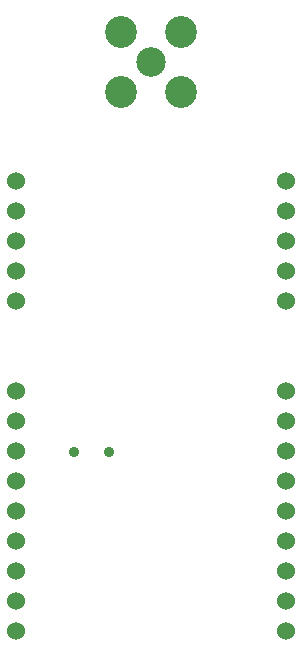
<source format=gbs>
%FSLAX46Y46*%
G04 Gerber Fmt 4.6, Leading zero omitted, Abs format (unit mm)*
G04 Created by KiCad (PCBNEW (2014-jul-16 BZR unknown)-product) date Mon 16 Mar 2015 03:56:46 PM CET*
%MOMM*%
G01*
G04 APERTURE LIST*
%ADD10C,0.150000*%
%ADD11C,1.524000*%
%ADD12C,0.900000*%
%ADD13C,2.499360*%
%ADD14C,2.700020*%
G04 APERTURE END LIST*
D10*
D11*
X163520000Y-79530000D03*
X163520000Y-82070000D03*
X163520000Y-84610000D03*
X163520000Y-87150000D03*
X163520000Y-89690000D03*
X163520000Y-97310000D03*
X163520000Y-99850000D03*
X163520000Y-102390000D03*
X163520000Y-104930000D03*
X163520000Y-107470000D03*
X163520000Y-110010000D03*
X163520000Y-112550000D03*
X163520000Y-115090000D03*
X163520000Y-117630000D03*
X186380000Y-79530000D03*
X186380000Y-82070000D03*
X186380000Y-84610000D03*
X186380000Y-87150000D03*
X186380000Y-89690000D03*
X186380000Y-97310000D03*
X186380000Y-99850000D03*
X186380000Y-102390000D03*
X186380000Y-104930000D03*
X186380000Y-107470000D03*
X186380000Y-110010000D03*
X186380000Y-112550000D03*
X186380000Y-115090000D03*
X186380000Y-117630000D03*
D12*
X168410000Y-102410000D03*
X171410000Y-102410000D03*
D13*
X174960000Y-69400000D03*
D14*
X177500000Y-66860000D03*
X172420000Y-66860000D03*
X172420000Y-71940000D03*
X177500000Y-71940000D03*
M02*

</source>
